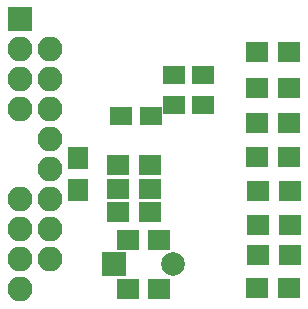
<source format=gbr>
G04 #@! TF.FileFunction,Soldermask,Bot*
%FSLAX46Y46*%
G04 Gerber Fmt 4.6, Leading zero omitted, Abs format (unit mm)*
G04 Created by KiCad (PCBNEW 4.0.6-e0-6349~53~ubuntu14.04.1) date Sun Jul 30 17:28:50 2017*
%MOMM*%
%LPD*%
G01*
G04 APERTURE LIST*
%ADD10C,0.100000*%
%ADD11R,1.900000X1.650000*%
%ADD12R,1.700000X1.900000*%
%ADD13R,1.900000X1.700000*%
%ADD14R,2.000000X2.000000*%
%ADD15C,2.000000*%
%ADD16R,2.100000X2.100000*%
%ADD17O,2.100000X2.100000*%
G04 APERTURE END LIST*
D10*
D11*
X122194000Y-45148500D03*
X124694000Y-45148500D03*
X117749000Y-48641000D03*
X120249000Y-48641000D03*
X124694000Y-47688500D03*
X122194000Y-47688500D03*
D12*
X114046000Y-52180500D03*
X114046000Y-54880500D03*
D13*
X120158500Y-56769000D03*
X117458500Y-56769000D03*
X120158500Y-54800500D03*
X117458500Y-54800500D03*
X120158500Y-52832000D03*
X117458500Y-52832000D03*
X131969500Y-63182500D03*
X129269500Y-63182500D03*
X132033000Y-60388500D03*
X129333000Y-60388500D03*
X132033000Y-57912000D03*
X129333000Y-57912000D03*
X132033000Y-54991000D03*
X129333000Y-54991000D03*
X131969500Y-52133500D03*
X129269500Y-52133500D03*
X120984000Y-59118500D03*
X118284000Y-59118500D03*
D14*
X117094000Y-61214000D03*
D15*
X122094000Y-61214000D03*
D13*
X120984000Y-63309500D03*
X118284000Y-63309500D03*
X131969500Y-49276000D03*
X129269500Y-49276000D03*
X131969500Y-46291500D03*
X129269500Y-46291500D03*
X131969500Y-43243500D03*
X129269500Y-43243500D03*
D16*
X109156500Y-40449500D03*
D17*
X109156500Y-42989500D03*
X111696500Y-42989500D03*
X109156500Y-45529500D03*
X111696500Y-45529500D03*
X109156500Y-48069500D03*
X111696500Y-48069500D03*
X111696500Y-50609500D03*
X111696500Y-53149500D03*
X109156500Y-55689500D03*
X111696500Y-55689500D03*
X109156500Y-58229500D03*
X111696500Y-58229500D03*
X109156500Y-60769500D03*
X111696500Y-60769500D03*
X109156500Y-63309500D03*
M02*

</source>
